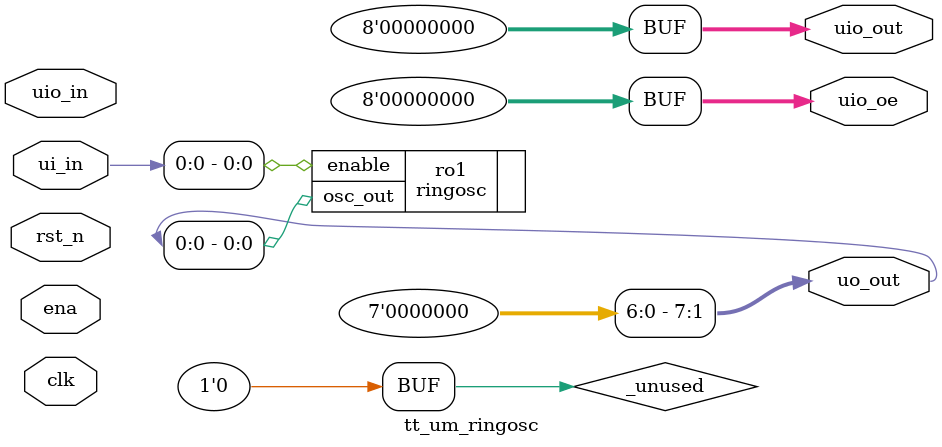
<source format=v>
/*
 * Copyright (c) 2024 Your Name
 * SPDX-License-Identifier: Apache-2.0
 */

`default_nettype none

module tt_um_ringosc (
    input  wire [7:0] ui_in,    // Dedicated inputs
    output wire [7:0] uo_out,   // Dedicated outputs
    input  wire [7:0] uio_in,   // IOs: Input path
    output wire [7:0] uio_out,  // IOs: Output path
    output wire [7:0] uio_oe,   // IOs: Enable path (active high: 0=input, 1=output)
    input  wire       ena,      // always 1 when the design is powered, so you can ignore it
    input  wire       clk,      // clock
    input  wire       rst_n     // reset_n - low to reset
);

	ringosc ro1(
	.enable(ui_in[0]),
	.osc_out(uo_out[0])
	);
	
  // All output pins must be assigned. If not used, assign to 0.
  assign uo_out[7:1] = 0; 
  assign uio_out = 0; 
  assign uio_oe  = 0;

  // List all unused inputs to prevent warnings
  wire _unused = &{ena, clk, rst_n, ui_in[7:1], uio_in, 1'b0};

endmodule

</source>
